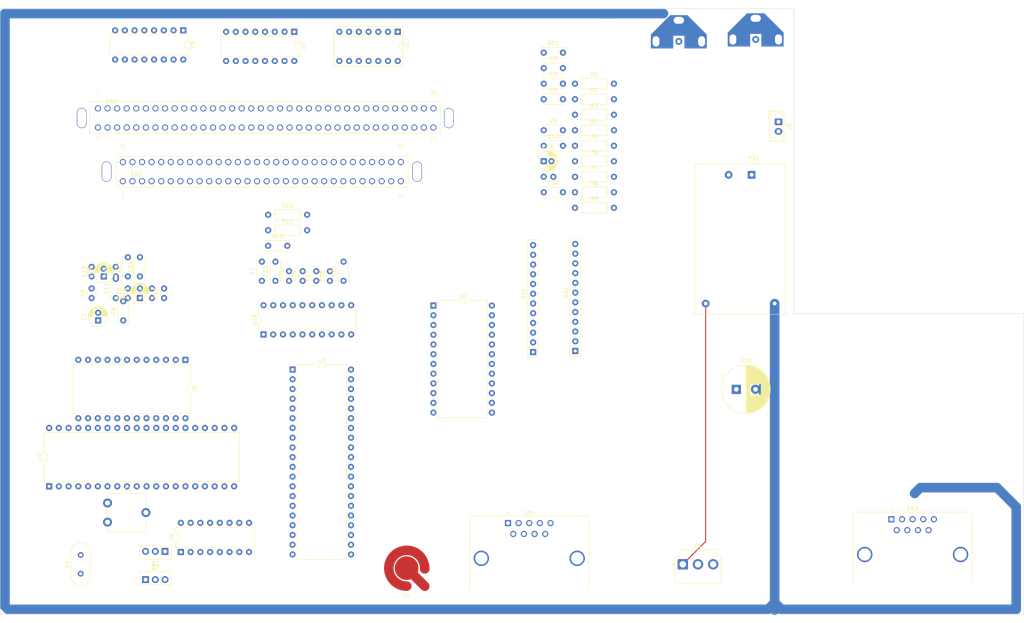
<source format=kicad_pcb>
(kicad_pcb (version 20221018) (generator pcbnew)
  (layers (0 "F.Cu" signal) (31 "B.Cu" signal) (34 "B.Paste" user) (35 "F.Paste" user) (36 "B.SilkS" user "B.Silkscreen") (37 "F.SilkS" user "F.Silkscreen") (38 "B.Mask" user) (39 "F.Mask" user) (44 "Edge.Cuts" user))
  (net 0 "")
  (net 1 "/GND")
  (net 2 "/VCC")
  (net 3 "/~{OE1}")
  (net 4 "/~{OE2}")
  (net 5 "/OUT-0")
  (net 6 "Net-(C4-Pad2)")
  (net 7 "/4016-D0")
  (net 8 "/4017-D0")
  (net 9 "/4016-D3")
  (net 10 "/4017-D3")
  (net 11 "/4016-D4")
  (net 12 "/4017-D4")
  (net 13 "Net-(C26-Pad1)")
  (net 14 "Net-(Q1-E)")
  (net 15 "/SYS-CLK")
  (net 16 "Net-(PS1-+Vout)")
  (net 17 "/VIDEO")
  (net 18 "Net-(PS1--Vout)")
  (net 19 "/SOUND_TO_INVERTER")
  (net 20 "Net-(C15-Pad2)")
  (net 21 "/~{RST}")
  (net 22 "/CPU-A11")
  (net 23 "/CPU-A10")
  (net 24 "/CPU-A9")
  (net 25 "/CPU-A8")
  (net 26 "/CPU-A7")
  (net 27 "/CPU-A6")
  (net 28 "/CPU-A5")
  (net 29 "/CPU-A4")
  (net 30 "/CPU-A3")
  (net 31 "/CPU-A2")
  (net 32 "/CPU-A1")
  (net 33 "/CPU-A0")
  (net 34 "/CPU-R~{W}")
  (net 35 "/~{IRQ}")
  (net 36 "/EXP-0")
  (net 37 "/EXP-1")
  (net 38 "/EXP-2")
  (net 39 "/EXP-3")
  (net 40 "/EXP-4")
  (net 41 "/PPU-~{RD}")
  (net 42 "/VRAM-A10")
  (net 43 "/PPU-A6")
  (net 44 "/PPU-A5")
  (net 45 "/PPU-A4")
  (net 46 "/PPU-A3")
  (net 47 "/PPU-A2")
  (net 48 "/PPU-A1")
  (net 49 "/PPU-A0")
  (net 50 "/PPU-D0")
  (net 51 "/PPU-D1")
  (net 52 "/PPU-D2")
  (net 53 "/PPU-D3")
  (net 54 "/SYSTEM-CLK")
  (net 55 "/M2")
  (net 56 "/CPU-A12")
  (net 57 "/CPU-A13")
  (net 58 "/CPU-A14")
  (net 59 "/CPU-D7")
  (net 60 "/CPU-D6")
  (net 61 "/CPU-D5")
  (net 62 "/CPU-D4")
  (net 63 "/CPU-D3")
  (net 64 "/CPU-D2")
  (net 65 "/CPU-D1")
  (net 66 "/CPU-D0")
  (net 67 "/~{ROMSEL}")
  (net 68 "/EXP-9")
  (net 69 "/EXP-8")
  (net 70 "/EXP-7")
  (net 71 "/EXP-6")
  (net 72 "/EXP-5")
  (net 73 "/PPU-~{WE}")
  (net 74 "/VRAM-~{CE}")
  (net 75 "/PPU-~{A13}")
  (net 76 "/PPU-A7")
  (net 77 "/PPU-A8")
  (net 78 "/PPU-A9")
  (net 79 "/PPU-A11")
  (net 80 "/PPU-A10")
  (net 81 "/PPU-A12")
  (net 82 "/PPU-A13")
  (net 83 "/PPU-D7")
  (net 84 "/PPU-D6")
  (net 85 "/PPU-D5")
  (net 86 "/PPU-D4")
  (net 87 "Net-(Q2-E)")
  (net 88 "/SOUND-MIX")
  (net 89 "/SOUND-1")
  (net 90 "/SOUND-2")
  (net 91 "/~{NMI}")
  (net 92 "/RST-SWITCH")
  (net 93 "Net-(Q2-B)")
  (net 94 "/PPU-~{CE}")
  (net 95 "/ALE")
  (net 96 "/CPU-A15")
  (net 97 "/OUT-2")
  (net 98 "/OUT-1")
  (net 99 "/WRAM-~{CE}")
  (net 100 "Net-(U2G-VCC)")
  (net 103 "/AUDIO-OUT")
  (net 104 "Net-(J1-In)")
  (net 105 "Net-(Q2-C)")
  (net 106 "Net-(J2-In)")
  (net 107 "Net-(J3-Pin_1)")
  (net 108 "Net-(J3-Pin_2)")
  (net 109 "/4016-D1")
  (net 110 "/4016-D2")
  (net 113 "/4017-D1")
  (net 114 "/4017-D2")
  (net 121 "Net-(U2-Pad2)")
  (net 123 "Net-(U2-Pad10)")
  (net 126 "Net-(U9A-E)")
  (footprint "Capacitor_THT:C_Disc_D6.0mm_W2.5mm_P5.00mm" (layer "F.Cu") (at 69.895 -96.146)
    (fp_text reference "BC2")
    (fp_text value "10nF")
  )
  (footprint "Capacitor_THT:CP_Radial_D5.0mm_P2.00mm" (layer "F.Cu") (at 27 -88.15 90)
    (fp_text reference "C20")
    (fp_text value "0.47uF")
  )
  (footprint "VG9000:72-pin Cart Connector" (layer "F.Cu") (at 25.5 -127)
    (fp_text reference "CN1")
    (fp_text value "72-Pin Connector")
  )
  (footprint "Resistor_THT:R_Axial_DIN0207_L6.3mm_D2.5mm_P10.16mm_Horizontal" (layer "F.Cu") (at 149.92 -130.351509)
    (fp_text reference "R3")
    (fp_text value "160")
  )
  (footprint "Package_TO_SOT_THT:TO-126-3_Vertical" (layer "F.Cu") (at 43 -16.375 180)
    (fp_text reference "Q1")
    (fp_text value "2SA933")
  )
  (footprint "Capacitor_THT:C_Disc_D5.0mm_W2.5mm_P5.00mm" (layer "F.Cu") (at 141.77 -126.301509)
    (fp_text reference "C6")
    (fp_text value "10nF")
  )
  (footprint "VG9000:ResetSwitch" (layer "F.Cu") (at 106 -12)
    (fp_text reference "P2")
    (fp_text value "ResetSw")
  )
  (footprint "Capacitor_THT:C_Disc_D3.0mm_W2.0mm_P2.50mm" (layer "F.Cu") (at 82.45 -87 90)
    (fp_text reference "C27")
    (fp_text value "10nF")
  )
  (footprint "Capacitor_THT:C_Disc_D5.0mm_W2.5mm_P5.00mm" (layer "F.Cu") (at 141.77 -110.101509)
    (fp_text reference "C30")
    (fp_text value "100uF 10V")
  )
  (footprint "Resistor_THT:R_Array_SIP12" (layer "F.Cu") (at 139 -68.38 90)
    (fp_text reference "RA1")
    (fp_text value "12 x 10K")
  )
  (footprint "Resistor_THT:R_Axial_DIN0207_L6.3mm_D2.5mm_P10.16mm_Horizontal" (layer "F.Cu") (at 149.92 -122.251509)
    (fp_text reference "R5")
    (fp_text value "200")
  )
  (footprint "Capacitor_THT:CP_Radial_D5.0mm_P2.50mm" (layer "F.Cu") (at 36.45 -82.5 90)
    (fp_text reference "C14")
    (fp_text value "1uF")
  )
  (footprint "Capacitor_THT:C_Disc_D3.0mm_W2.0mm_P2.50mm" (layer "F.Cu") (at 78.9 -87 90)
    (fp_text reference "C26")
    (fp_text value "10pF")
  )
  (footprint "Package_DIP:DIP-40_W15.24mm" (layer "F.Cu") (at 12.76 -33.351509 90)
    (fp_text reference "U4")
    (fp_text value "RP2A03 CPU")
  )
  (footprint "Resistor_THT:R_Axial_DIN0207_L6.3mm_D2.5mm_P10.16mm_Horizontal" (layer "F.Cu") (at 149.92 -134.401509)
    (fp_text reference "R2")
    (fp_text value "300")
  )
  (footprint "Capacitor_THT:C_Disc_D5.0mm_W2.5mm_P5.00mm" (layer "F.Cu") (at 30.15 -82.5 90)
    (fp_text reference "C11")
    (fp_text value "10nF")
  )
  (footprint "Capacitor_THT:C_Disc_D3.0mm_W1.6mm_P2.50mm" (layer "F.Cu") (at 23.85 -88.15 90)
    (fp_text reference "C19")
    (fp_text value "220pF")
  )
  (footprint "Package_DIP:DIP-40_W15.24mm" (layer "F.Cu") (at 76.255 -63.831509)
    (fp_text reference "U3")
    (fp_text value "RP2C02 PPU")
  )
  (footprint "Capacitor_THT:CP_Radial_D12.5mm_P5.00mm" (layer "F.Cu") (at 192 -58.676041)
    (fp_text reference "C10")
    (fp_text value "1500uF")
  )
  (footprint "Resistor_THT:R_Axial_DIN0207_L6.3mm_D2.5mm_P10.16mm_Horizontal" (layer "F.Cu") (at 149.92 -138.451509)
    (fp_text reference "R1")
    (fp_text value "110")
  )
  (footprint "Resistor_THT:R_Axial_DIN0207_L6.3mm_D2.5mm_P10.16mm_Horizontal" (layer "F.Cu") (at 149.92 -114.151509)
    (fp_text reference "R7")
    (fp_text value "47K")
  )
  (footprint "VG9000:RCA Jack 90deg v1" (layer "F.Cu") (at 197.05 -155.5)
    (fp_text reference "J1" hide)
    (fp_text value "Conn_Coaxial")
  )
  (footprint "Capacitor_THT:C_Disc_D5.0mm_W2.5mm_P5.00mm" (layer "F.Cu") (at 33.3 -88.15 90)
    (fp_text reference "C22")
    (fp_text value "10nF")
  )
  (footprint "Resistor_THT:R_Array_SIP12" (layer "F.Cu") (at 150 -68.68 90)
    (fp_text reference "RA2")
    (fp_text value "12 x 10K")
  )
  (footprint "Resistor_THT:R_Axial_DIN0207_L6.3mm_D2.5mm_P10.16mm_Horizontal" (layer "F.Cu") (at 149.92 -110.101509)
    (fp_text reference "R8")
    (fp_text value "150")
  )
  (footprint "Capacitor_THT:C_Disc_D3.0mm_W2.0mm_P2.50mm" (layer "F.Cu") (at 33.3 -82.5 90)
    (fp_text reference "C13")
    (fp_text value "10nF")
  )
  (footprint "Capacitor_THT:CP_Radial_D5.0mm_P2.00mm" (layer "F.Cu") (at 141.77 -118.201509)
    (fp_text reference "C15")
    (fp_text value "1uF")
  )
  (footprint "Capacitor_THT:C_Disc_D6.0mm_W2.5mm_P5.00mm" (layer "F.Cu") (at 32.1 -76.659775 90)
    (fp_text reference "C8")
    (fp_text value "10nF")
  )
  (footprint "Capacitor_THT:C_Disc_D3.0mm_W2.0mm_P2.50mm" (layer "F.Cu") (at 30.15 -88.15 90)
    (fp_text reference "C21")
    (fp_text value "10nF")
  )
  (footprint "Capacitor_THT:C_Disc_D3.0mm_W2.0mm_P2.50mm" (layer "F.Cu") (at 141.77 -114.151509)
    (fp_text reference "C18")
    (fp_text value "10nF")
  )
  (footprint "Package_DIP:DIP-16_W7.62mm" (layer "F.Cu") (at 47.755 -152.371509 -90)
    (fp_text reference "U8")
    (fp_text value "74HC368/40H368")
  )
  (footprint "Capacitor_THT:C_Disc_D3.0mm_W1.6mm_P2.50mm" (layer "F.Cu") (at 86 -87 90)
    (fp_text reference "C28")
    (fp_text value "10nF")
  )
  (footprint "Package_DIP:DIP-16_W7.62mm" (layer "F.Cu") (at 76.7 -152 -90)
    (fp_text reference "U7")
    (fp_text value "74HC368/40H368")
  )
  (footprint "Connector_Dsub:DSUB-9_Male_Horizontal_P2.77x2.84mm_EdgePinOffset14.56mm_Housed_MountingHolesOffset8.20mm" (layer "F.Cu") (at 232.45 -24.755331)
    (fp_text reference "CN3")
    (fp_text value "~")
  )
  (footprint "Package_DIP:DIP-20_W7.62mm" (layer "F.Cu") (at 68.68 -73 90)
    (fp_text reference "U10")
    (fp_text value "74HC373")
  )
  (footprint "Capacitor_THT:C_Disc_D5.0mm_W2.5mm_P5.00mm" (layer "F.Cu") (at 141.77 -142.501509)
    (fp_text reference "C2")
    (fp_text value "10nF")
  )
  (footprint "Capacitor_THT:C_Disc_D5.0mm_W2.5mm_P5.00mm" (layer "F.Cu") (at 141.77 -122.251509)
    (fp_text reference "C12")
    (fp_text value "10nF")
  )
  (footprint "Capacitor_THT:C_Disc_D6.0mm_W2.5mm_P5.00mm" (layer "F.Cu") (at 141.77 -146.551509)
    (fp_text reference "BC1")
    (fp_text value "100nF")
  )
  (footprint "Capacitor_THT:C_Disc_D5.0mm_W2.5mm_P5.00mm" (layer "F.Cu") (at 89.55 -87 90)
    (fp_text reference "C29")
    (fp_text value "100nF")
  )
  (footprint "VG9000:60-pin Cart Connector" (layer "F.Cu") (at 32 -113)
    (fp_text reference "CN2")
    (fp_text value "60-Pin Connector")
  )
  (footprint "Resistor_THT:R_Axial_DIN0207_L6.3mm_D2.5mm_P10.16mm_Horizontal" (layer "F.Cu") (at 149.92 -126.301509)
    (fp_text reference "R4")
    (fp_text value "160")
  )
  (footprint "Capacitor_THT:C_Disc_D5.0mm_W2.5mm_P5.00mm" (layer "F.Cu") (at 71.8 -87 90)
    (fp_text reference "C23")
    (fp_text value "10nF")
  )
  (footprint "Capacitor_THT:C_Disc_D3.0mm_W1.6mm_P2.50mm" (layer "F.Cu") (at 75.35 -87 90)
    (fp_text reference "C25")
    (fp_text value "330pF")
  )
  (footprint "Converter_ACDC:Converter_ACDC_HiLink_HLK-5Mxx" (layer "F.Cu") (at 196 -114.6625 -90)
    (fp_text reference "PS1")
    (fp_text value "HLK-5M05")
  )
  (footprint "Resistor_THT:R_Axial_DIN0207_L6.3mm_D2.5mm_P10.16mm_Horizontal" (layer "F.Cu") (at 149.92 -106.051509)
    (fp_text reference "R9")
    (fp_text value "150K")
  )
  (footprint "Capacitor_THT:C_Disc_D5.0mm_W2.5mm_P5.00mm" (layer "F.Cu") (at 141.77 -134.401509)
    (fp_text reference "C4")
    (fp_text value "220uF")
  )
  (footprint "Capacitor_THT:C_Disc_D3.0mm_W1.6mm_P2.50mm" (layer "F.Cu") (at 42.75 -82.5 90)
    (fp_text reference "C17")
    (fp_text value "220pF")
  )
  (footprint "Package_DIP:DIP-24_W15.24mm" (layer "F.Cu") (at 113 -80.54)
    (fp_text reference "U6")
    (fp_text value "6116 (WRAM)")
  )
  (footprint "Capacitor_THT:C_Disc_D5.0mm_W2.5mm_P5.00mm" (layer "F.Cu") (at 68.25 -87 90)
    (fp_text reference "C7")
    (fp_text value "10nF")
  )
  (footprint "Crystal:Crystal_HC49-U_Vertical" (layer "F.Cu") (at 21 -10.55 90)
    (fp_text reference "X1")
    (fp_text value "21.47727 MHz")
  )
  (footprint "Resistor_THT:R_Axial_DIN0207_L6.3mm_D2.5mm_P10.16mm_Horizontal" (layer "F.Cu") (at 149.92 -118.201509)
    (fp_text reference "R6")
    (fp_text value "100")
  )
  (footprint "Capacitor_THT:C_Disc_D3.0mm_W2.0mm_P2.50mm" (layer "F.Cu") (at 23.85 -82.5 90)
    (fp_text reference "C9")
    (fp_text value "10nF")
  )
  (footprint "Capacitor_THT:C_Disc_D3.0mm_W2.0mm_P2.50mm" (layer "F.Cu") (at 39.6 -82.5 90)
    (fp_text reference "C16")
    (fp_text value "10nF")
  )
  (footprint "Connector_JST:JST_EH_B2B-EH-A_1x02_P2.50mm_Vertical" (layer "F.Cu") (at 203 -128.5 -90)
    (fp_text reference "J3")
    (fp_text value "Conn_01x02_Pin")
  )
  (footprint "Package_TO_SOT_THT:TO-126-3_Vertical" (layer "F.Cu") (at 37.92 -9)
    (fp_text reference "Q2")
    (fp_text value "2SC2021")
  )
  (footprint "Capacitor_THT:C_Disc_D5.0mm_W2.5mm_P5.00mm" (layer "F.Cu") (at 141.77 -138.451509)
    (fp_text reference "C3")
    (fp_text value "10nF")
  )
  (footprint "Capacitor_THT:CP_Radial_D5.0mm_P2.00mm" (layer "F.Cu") (at 25.55 -76.659775 90)
    (fp_text reference "C1")
    (fp_text value "100uF")
  )
  (footprint "Connector_JST:JST_VH_B3P-VH-B_1x03_P3.96mm_Vertical" (layer "F.Cu") (at 178.04 -13)
    (fp_text reference "P1")
    (fp_text value "PowerSwitch")
  )
  (footprint "Package_DIP:DIP-24_W15.24mm" (layer "F.Cu") (at 48.32 -66.371509 -90)
    (fp_text reference "U5")
    (fp_text value "6116 (VRAM)")
  )
  (footprint "VG9000:RCA Jack 90deg v1" (layer "F.Cu") (at 177 -155)
    (fp_text reference "J2" hide)
    (fp_text value "Conn_Coaxial")
  )
  (footprint "Potentiometer_THT:Potentiometer_ACP_CA9-V10_Vertical" (layer "F.Cu") (at 28 -24)
    (fp_text reference "TC1")
    (fp_text value "30pF")
  )
  (footprint "Resistor_THT:R_Axial_DIN0207_L6.3mm_D2.5mm_P10.16mm_Horizontal" (layer "F.Cu") (at 69.895 -104.246)
    (fp_text reference "R10")
    (fp_text value "1.2K")
  )
  (footprint "Capacitor_THT:C_Disc_D5.0mm_W2.5mm_P5.00mm" (layer "F.Cu") (at 36.45 -88.15 90)
    (fp_text reference "C24")
    (fp_text value "10nF")
  )
  (footprint "Package_DIP:DIP-16_W7.62mm" (layer "F.Cu") (at 47.125 -16.2 90)
    (fp_text reference "U9")
    (fp_text value "74HC139")
  )
  (footprint "Resistor_THT:R_Axial_DIN0207_L6.3mm_D2.5mm_P10.16mm_Horizontal" (layer "F.Cu") (at 69.895 -100.196)
    (fp_text reference "R11")
    (fp_text value "150")
  )
  (footprint "Connector_Dsub:DSUB-9_Male_Horizontal_P2.77x2.84mm_EdgePinOffset14.56mm_Housed_MountingHolesOffset8.20mm" (layer "F.Cu") (at 132.45 -23.755331)
    (fp_text reference "CN4")
    (fp_text value "~")
  )
  (footprint "Package_DIP:DIP-14_W7.62mm_Socket" (layer "F.Cu") (at 103.7 -152 -90)
    (fp_text reference "U2")
    (fp_text value "74HC04")
  )
  (gr_rect (start 198 -60) (end 201 -57) (stroke (width 0.2)) (fill solid) (layer "B.Cu"))
  (gr_line (start 267 -78.5) (end 207 -78.5) (stroke (width 0.1)) (layer "Edge.Cuts"))
  (gr_line (start 0 -158) (end 0 0) (stroke (width 0.1)) (layer "Edge.Cuts"))
  (gr_line (start 207 -158) (end 207 -78.5) (stroke (width 0.1)) (layer "Edge.Cuts"))
  (gr_line (start 0 -158) (end 207 -158) (stroke (width 0.1)) (layer "Edge.Cuts"))
  (gr_line (start 267 0) (end 267 -78.5) (stroke (width 0.1)) (layer "Edge.Cuts"))
  (gr_line (start 0 0) (end 267 0) (stroke (width 0.1)) (layer "Edge.Cuts"))
  (segment (start 184 -81.0625) (end 184 -18.96) (width 0.25) (layer "F.Cu") (net 16))
  (segment (start 184 -18.96) (end 178.04 -13) (width 0.25) (layer "F.Cu") (net 16))
  (segment (start 202 -1) (end 203 -1) (width 0.25) (layer "B.Cu") (net 18))
  (segment (start 200.25 -1.25) (end 2 -1.25) (width 2.5) (layer "B.Cu") (net 18))
  (segment (start 203.75 -1.25) (end 265 -1.25) (width 2.5) (layer "B.Cu") (net 18))
  (segment (start 202 -59) (end 202 -3) (width 2.5) (layer "B.Cu") (net 18))
  (segment (start 202 -81.0625) (end 202 -59) (width 2.5) (layer "B.Cu") (net 18))
  (segment (start 1.25 -2) (end 1.25 -156.75) (width 2.5) (layer "B.Cu") (net 18))
  (segment (start 1.25 -156.75) (end 158.607969 -156.75) (width 2.5) (layer "B.Cu") (net 18))
  (segment (start 202 -3) (end 202 -1) (width 2.5) (layer "B.Cu") (net 18))
  (segment (start 260 -33) (end 240 -33) (width 2.5) (layer "B.Cu") (net 18))
  (segment (start 201.676041 -58.676041) (end 202 -59) (width 0.25) (layer "B.Cu") (net 18))
  (segment (start 240 -33) (end 238.5 -31.5) (width 2.5) (layer "B.Cu") (net 18))
  (segment (start 265 -1.25) (end 265 -28) (width 2.5) (layer "B.Cu") (net 18))
  (segment (start 158.607969 -156.75) (end 173 -156.75) (width 2.5) (layer "B.Cu") (net 18))
  (segment (start 265 -28) (end 260 -33) (width 2.5) (layer "B.Cu") (net 18))
  (segment (start 2 -1.25) (end 1.25 -2) (width 2.5) (layer "B.Cu") (net 18))
  (segment (start 202 -3) (end 200.25 -1.25) (width 2.5) (layer "B.Cu") (net 18))
  (segment (start 202 -3) (end 203.75 -1.25) (width 2.5) (layer "B.Cu") (net 18))
  (segment (start 197 -58.676041) (end 201.676041 -58.676041) (width 0.25) (layer "B.Cu") (net 18))
)
</source>
